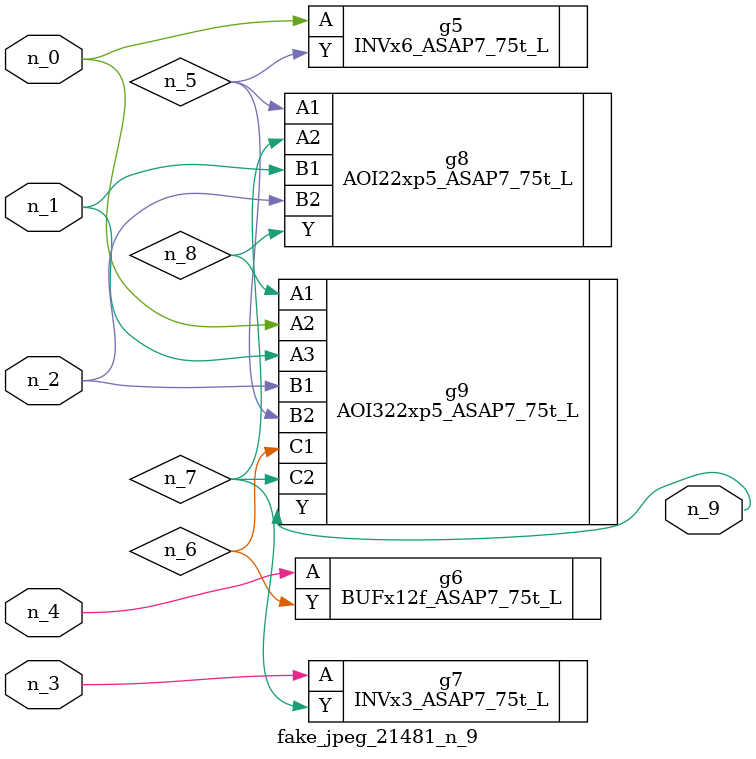
<source format=v>
module fake_jpeg_21481_n_9 (n_3, n_2, n_1, n_0, n_4, n_9);

input n_3;
input n_2;
input n_1;
input n_0;
input n_4;

output n_9;

wire n_8;
wire n_6;
wire n_5;
wire n_7;

INVx6_ASAP7_75t_L g5 ( 
.A(n_0),
.Y(n_5)
);

BUFx12f_ASAP7_75t_L g6 ( 
.A(n_4),
.Y(n_6)
);

INVx3_ASAP7_75t_L g7 ( 
.A(n_3),
.Y(n_7)
);

AOI22xp5_ASAP7_75t_L g8 ( 
.A1(n_5),
.A2(n_7),
.B1(n_1),
.B2(n_2),
.Y(n_8)
);

AOI322xp5_ASAP7_75t_L g9 ( 
.A1(n_8),
.A2(n_0),
.A3(n_1),
.B1(n_2),
.B2(n_5),
.C1(n_6),
.C2(n_7),
.Y(n_9)
);


endmodule
</source>
